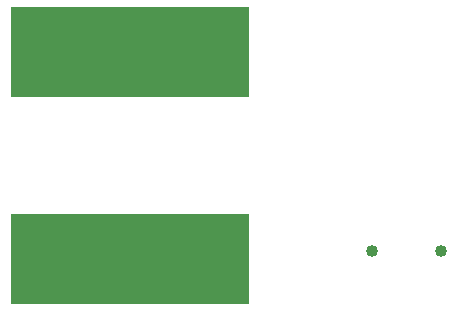
<source format=gbr>
G04 #@! TF.GenerationSoftware,KiCad,Pcbnew,6.0.0-rc1-unknown-5edf350~66~ubuntu18.10.1*
G04 #@! TF.CreationDate,2019-02-07T09:47:30-05:00
G04 #@! TF.ProjectId,current_sensor,63757272-656e-4745-9f73-656e736f722e,rev?*
G04 #@! TF.SameCoordinates,Original*
G04 #@! TF.FileFunction,Soldermask,Bot*
G04 #@! TF.FilePolarity,Negative*
%FSLAX46Y46*%
G04 Gerber Fmt 4.6, Leading zero omitted, Abs format (unit mm)*
G04 Created by KiCad (PCBNEW 6.0.0-rc1-unknown-5edf350~66~ubuntu18.10.1) date 2019-02-07 09:47:30*
%MOMM*%
%LPD*%
G04 APERTURE LIST*
%ADD10C,1.020000*%
%ADD11R,20.200000X7.700000*%
G04 APERTURE END LIST*
D10*
X163500000Y-92590000D03*
X169300000Y-92590000D03*
D11*
X143000000Y-75750000D03*
X143000000Y-93250000D03*
M02*

</source>
